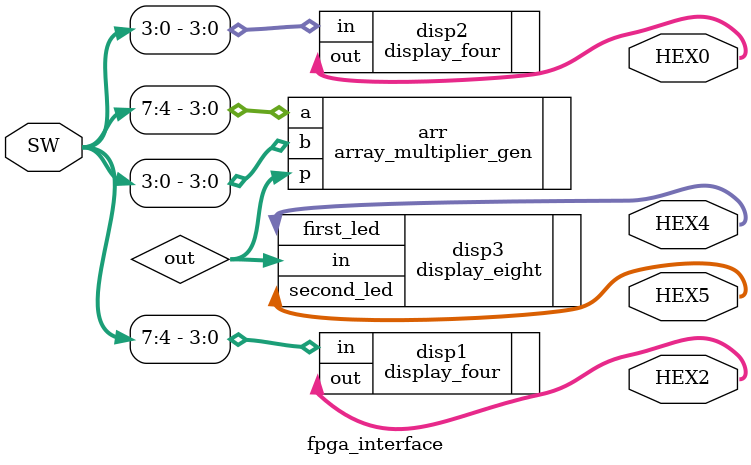
<source format=v>

module fpga_interface(
	SW,
	HEX0,
	HEX2,
	HEX4,
	HEX5
);
	
	input [7:0] SW;
	
	output [6:0] HEX0;
	output [6:0] HEX2;
	output [6:0] HEX4;
	output [6:0] HEX5;
	
	wire [15:0] out;
	
	array_multiplier_gen arr(
		.a(SW[7:4]),
		.b(SW[3:0]),
		.p(out)
	);
	
	display_four disp1(
		.in(SW[7:4]),
		.out(HEX2)
	);
	
	display_four disp2(
		.in(SW[3:0]),
		.out(HEX0)
	);
	
	display_eight disp3(
		.in(out),
		.first_led(HEX4),
		.second_led(HEX5)
	);

endmodule
</source>
